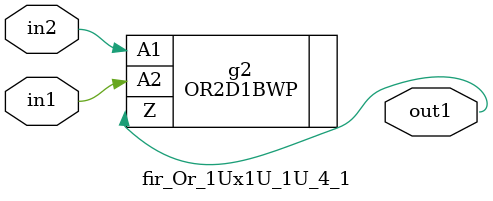
<source format=v>
`timescale 1ps / 1ps


module fir_Or_1Ux1U_1U_4_1(in2, in1, out1);
  input in2, in1;
  output out1;
  wire in2, in1;
  wire out1;
  OR2D1BWP g2(.A1 (in2), .A2 (in1), .Z (out1));
endmodule



</source>
